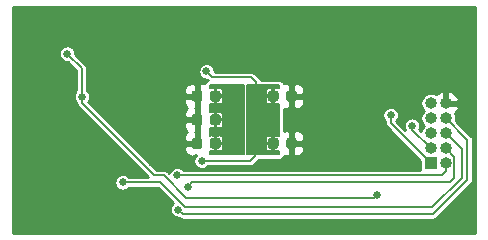
<source format=gbr>
G04 #@! TF.GenerationSoftware,KiCad,Pcbnew,(5.1.7)-1*
G04 #@! TF.CreationDate,2020-12-02T09:59:19-08:00*
G04 #@! TF.ProjectId,programmer,70726f67-7261-46d6-9d65-722e6b696361,rev?*
G04 #@! TF.SameCoordinates,Original*
G04 #@! TF.FileFunction,Copper,L2,Bot*
G04 #@! TF.FilePolarity,Positive*
%FSLAX46Y46*%
G04 Gerber Fmt 4.6, Leading zero omitted, Abs format (unit mm)*
G04 Created by KiCad (PCBNEW (5.1.7)-1) date 2020-12-02 09:59:19*
%MOMM*%
%LPD*%
G01*
G04 APERTURE LIST*
G04 #@! TA.AperFunction,ComponentPad*
%ADD10O,1.000000X1.000000*%
G04 #@! TD*
G04 #@! TA.AperFunction,ComponentPad*
%ADD11R,1.000000X1.000000*%
G04 #@! TD*
G04 #@! TA.AperFunction,ViaPad*
%ADD12C,0.635000*%
G04 #@! TD*
G04 #@! TA.AperFunction,Conductor*
%ADD13C,0.152400*%
G04 #@! TD*
G04 #@! TA.AperFunction,Conductor*
%ADD14C,0.127000*%
G04 #@! TD*
G04 #@! TA.AperFunction,Conductor*
%ADD15C,0.100000*%
G04 #@! TD*
G04 #@! TA.AperFunction,Conductor*
%ADD16C,0.254000*%
G04 #@! TD*
G04 APERTURE END LIST*
G04 #@! TA.AperFunction,SMDPad,CuDef*
G36*
G01*
X3550000Y1750000D02*
X3550000Y2250000D01*
G75*
G02*
X3775000Y2475000I225000J0D01*
G01*
X4225000Y2475000D01*
G75*
G02*
X4450000Y2250000I0J-225000D01*
G01*
X4450000Y1750000D01*
G75*
G02*
X4225000Y1525000I-225000J0D01*
G01*
X3775000Y1525000D01*
G75*
G02*
X3550000Y1750000I0J225000D01*
G01*
G37*
G04 #@! TD.AperFunction*
G04 #@! TA.AperFunction,SMDPad,CuDef*
G36*
G01*
X2000000Y1750000D02*
X2000000Y2250000D01*
G75*
G02*
X2225000Y2475000I225000J0D01*
G01*
X2675000Y2475000D01*
G75*
G02*
X2900000Y2250000I0J-225000D01*
G01*
X2900000Y1750000D01*
G75*
G02*
X2675000Y1525000I-225000J0D01*
G01*
X2225000Y1525000D01*
G75*
G02*
X2000000Y1750000I0J225000D01*
G01*
G37*
G04 #@! TD.AperFunction*
G04 #@! TA.AperFunction,SMDPad,CuDef*
G36*
G01*
X-3550000Y2250000D02*
X-3550000Y1750000D01*
G75*
G02*
X-3775000Y1525000I-225000J0D01*
G01*
X-4225000Y1525000D01*
G75*
G02*
X-4450000Y1750000I0J225000D01*
G01*
X-4450000Y2250000D01*
G75*
G02*
X-4225000Y2475000I225000J0D01*
G01*
X-3775000Y2475000D01*
G75*
G02*
X-3550000Y2250000I0J-225000D01*
G01*
G37*
G04 #@! TD.AperFunction*
G04 #@! TA.AperFunction,SMDPad,CuDef*
G36*
G01*
X-2000000Y2250000D02*
X-2000000Y1750000D01*
G75*
G02*
X-2225000Y1525000I-225000J0D01*
G01*
X-2675000Y1525000D01*
G75*
G02*
X-2900000Y1750000I0J225000D01*
G01*
X-2900000Y2250000D01*
G75*
G02*
X-2675000Y2475000I225000J0D01*
G01*
X-2225000Y2475000D01*
G75*
G02*
X-2000000Y2250000I0J-225000D01*
G01*
G37*
G04 #@! TD.AperFunction*
D10*
X17070000Y1380000D03*
X15800000Y1380000D03*
X17070000Y110000D03*
X15800000Y110000D03*
X17070000Y-1160000D03*
X15800000Y-1160000D03*
X17070000Y-2430000D03*
X15800000Y-2430000D03*
X17070000Y-3700000D03*
D11*
X15800000Y-3700000D03*
G04 #@! TA.AperFunction,SMDPad,CuDef*
G36*
G01*
X-3550000Y-1750000D02*
X-3550000Y-2250000D01*
G75*
G02*
X-3775000Y-2475000I-225000J0D01*
G01*
X-4225000Y-2475000D01*
G75*
G02*
X-4450000Y-2250000I0J225000D01*
G01*
X-4450000Y-1750000D01*
G75*
G02*
X-4225000Y-1525000I225000J0D01*
G01*
X-3775000Y-1525000D01*
G75*
G02*
X-3550000Y-1750000I0J-225000D01*
G01*
G37*
G04 #@! TD.AperFunction*
G04 #@! TA.AperFunction,SMDPad,CuDef*
G36*
G01*
X-2000000Y-1750000D02*
X-2000000Y-2250000D01*
G75*
G02*
X-2225000Y-2475000I-225000J0D01*
G01*
X-2675000Y-2475000D01*
G75*
G02*
X-2900000Y-2250000I0J225000D01*
G01*
X-2900000Y-1750000D01*
G75*
G02*
X-2675000Y-1525000I225000J0D01*
G01*
X-2225000Y-1525000D01*
G75*
G02*
X-2000000Y-1750000I0J-225000D01*
G01*
G37*
G04 #@! TD.AperFunction*
G04 #@! TA.AperFunction,SMDPad,CuDef*
G36*
G01*
X-3550000Y250000D02*
X-3550000Y-250000D01*
G75*
G02*
X-3775000Y-475000I-225000J0D01*
G01*
X-4225000Y-475000D01*
G75*
G02*
X-4450000Y-250000I0J225000D01*
G01*
X-4450000Y250000D01*
G75*
G02*
X-4225000Y475000I225000J0D01*
G01*
X-3775000Y475000D01*
G75*
G02*
X-3550000Y250000I0J-225000D01*
G01*
G37*
G04 #@! TD.AperFunction*
G04 #@! TA.AperFunction,SMDPad,CuDef*
G36*
G01*
X-2000000Y250000D02*
X-2000000Y-250000D01*
G75*
G02*
X-2225000Y-475000I-225000J0D01*
G01*
X-2675000Y-475000D01*
G75*
G02*
X-2900000Y-250000I0J225000D01*
G01*
X-2900000Y250000D01*
G75*
G02*
X-2675000Y475000I225000J0D01*
G01*
X-2225000Y475000D01*
G75*
G02*
X-2000000Y250000I0J-225000D01*
G01*
G37*
G04 #@! TD.AperFunction*
G04 #@! TA.AperFunction,SMDPad,CuDef*
G36*
G01*
X3550000Y-2250000D02*
X3550000Y-1750000D01*
G75*
G02*
X3775000Y-1525000I225000J0D01*
G01*
X4225000Y-1525000D01*
G75*
G02*
X4450000Y-1750000I0J-225000D01*
G01*
X4450000Y-2250000D01*
G75*
G02*
X4225000Y-2475000I-225000J0D01*
G01*
X3775000Y-2475000D01*
G75*
G02*
X3550000Y-2250000I0J225000D01*
G01*
G37*
G04 #@! TD.AperFunction*
G04 #@! TA.AperFunction,SMDPad,CuDef*
G36*
G01*
X2000000Y-2250000D02*
X2000000Y-1750000D01*
G75*
G02*
X2225000Y-1525000I225000J0D01*
G01*
X2675000Y-1525000D01*
G75*
G02*
X2900000Y-1750000I0J-225000D01*
G01*
X2900000Y-2250000D01*
G75*
G02*
X2675000Y-2475000I-225000J0D01*
G01*
X2225000Y-2475000D01*
G75*
G02*
X2000000Y-2250000I0J225000D01*
G01*
G37*
G04 #@! TD.AperFunction*
D12*
X-14200000Y-3300000D03*
X2600000Y7600000D03*
X4100000Y-3800000D03*
X-7800000Y-3700000D03*
X7800000Y3200000D03*
X200000Y-8900000D03*
X-15000000Y5600000D03*
X-13750000Y1950000D03*
X11247200Y-6352800D03*
X-1000000Y-2000000D03*
X-1000000Y0D03*
X-1000000Y1900000D03*
X-10300000Y-5300000D03*
X-4800000Y-5700000D03*
X-5675000Y-4675000D03*
X-3600000Y-3500000D03*
X1000000Y2000000D03*
X-3200000Y4100000D03*
X1000000Y-2000000D03*
X-5599992Y-7600000D03*
X14200000Y-500000D03*
X12399992Y400000D03*
D13*
X-13750000Y4350000D02*
X-15000000Y5600000D01*
X-13750000Y4350000D02*
X-13750000Y1950000D01*
X-6800000Y-4700000D02*
X-4900000Y-6600000D01*
X-4900000Y-6600000D02*
X11000000Y-6600000D01*
X-7608230Y-4700000D02*
X-6800000Y-4700000D01*
X-13750000Y1441770D02*
X-7608230Y-4700000D01*
X11000000Y-6600000D02*
X11247200Y-6352800D01*
X-13750000Y1950000D02*
X-13750000Y1441770D01*
X-7100000Y-5300000D02*
X-10300000Y-5300000D01*
X-5000000Y-7400000D02*
X-7100000Y-5300000D01*
X15900000Y-7400000D02*
X-5000000Y-7400000D01*
X18400000Y-4900000D02*
X15900000Y-7400000D01*
X18400000Y-2490000D02*
X18400000Y-4900000D01*
X17070000Y-1160000D02*
X18400000Y-2490000D01*
X17798601Y-3158601D02*
X17798601Y-4901399D01*
X17070000Y-2430000D02*
X17798601Y-3158601D01*
X17798601Y-4901399D02*
X17400000Y-5300000D01*
X-4400000Y-5300000D02*
X-4800000Y-5700000D01*
X17400000Y-5300000D02*
X-4400000Y-5300000D01*
X4775000Y-4675000D02*
X-5675000Y-4675000D01*
X16725000Y-4675000D02*
X4775000Y-4675000D01*
X17070000Y-4330000D02*
X16725000Y-4675000D01*
X17070000Y-3700000D02*
X17070000Y-4330000D01*
X1000000Y3200000D02*
X1000000Y2000000D01*
X600000Y3600000D02*
X1000000Y3200000D01*
X-2700000Y3600000D02*
X600000Y3600000D01*
X-3200000Y4100000D02*
X-2700000Y3600000D01*
X900000Y-2100000D02*
X1000000Y-2000000D01*
X900000Y-3100000D02*
X900000Y-2100000D01*
X500000Y-3500000D02*
X900000Y-3100000D01*
X-3600000Y-3500000D02*
X500000Y-3500000D01*
X-5199992Y-8000000D02*
X-5599992Y-7600000D01*
X18900000Y-5100000D02*
X16000000Y-8000000D01*
X18900000Y-1720000D02*
X18900000Y-5100000D01*
X16000000Y-8000000D02*
X-5199992Y-8000000D01*
X17070000Y110000D02*
X18900000Y-1720000D01*
X14200000Y-830000D02*
X14200000Y-500000D01*
X15800000Y-2430000D02*
X14200000Y-830000D01*
X15800000Y-3700000D02*
X12399992Y-299992D01*
X12399992Y-299992D02*
X12399992Y400000D01*
D14*
X-63500Y-2936500D02*
X-2936500Y-2936500D01*
X-2936500Y-2662827D01*
X-2900000Y-2666422D01*
X-2561125Y-2665500D01*
X-2513500Y-2617875D01*
X-2513500Y-2063500D01*
X-2386500Y-2063500D01*
X-2386500Y-2617875D01*
X-2338875Y-2665500D01*
X-2000000Y-2666422D01*
X-1962655Y-2662744D01*
X-1926746Y-2651851D01*
X-1893652Y-2634162D01*
X-1864644Y-2610356D01*
X-1840838Y-2581348D01*
X-1823149Y-2548254D01*
X-1812256Y-2512345D01*
X-1808578Y-2475000D01*
X-1809500Y-2111125D01*
X-1857125Y-2063500D01*
X-2386500Y-2063500D01*
X-2513500Y-2063500D01*
X-2533500Y-2063500D01*
X-2533500Y-1936500D01*
X-2513500Y-1936500D01*
X-2513500Y-1382125D01*
X-2386500Y-1382125D01*
X-2386500Y-1936500D01*
X-1857125Y-1936500D01*
X-1809500Y-1888875D01*
X-1808578Y-1525000D01*
X-1812256Y-1487655D01*
X-1823149Y-1451746D01*
X-1840838Y-1418652D01*
X-1864644Y-1389644D01*
X-1893652Y-1365838D01*
X-1926746Y-1348149D01*
X-1962655Y-1337256D01*
X-2000000Y-1333578D01*
X-2338875Y-1334500D01*
X-2386500Y-1382125D01*
X-2513500Y-1382125D01*
X-2561125Y-1334500D01*
X-2900000Y-1333578D01*
X-2936500Y-1337173D01*
X-2936500Y-662827D01*
X-2900000Y-666422D01*
X-2561125Y-665500D01*
X-2513500Y-617875D01*
X-2513500Y-63500D01*
X-2386500Y-63500D01*
X-2386500Y-617875D01*
X-2338875Y-665500D01*
X-2000000Y-666422D01*
X-1962655Y-662744D01*
X-1926746Y-651851D01*
X-1893652Y-634162D01*
X-1864644Y-610356D01*
X-1840838Y-581348D01*
X-1823149Y-548254D01*
X-1812256Y-512345D01*
X-1808578Y-475000D01*
X-1809500Y-111125D01*
X-1857125Y-63500D01*
X-2386500Y-63500D01*
X-2513500Y-63500D01*
X-2533500Y-63500D01*
X-2533500Y63500D01*
X-2513500Y63500D01*
X-2513500Y617875D01*
X-2386500Y617875D01*
X-2386500Y63500D01*
X-1857125Y63500D01*
X-1809500Y111125D01*
X-1808578Y475000D01*
X-1812256Y512345D01*
X-1823149Y548254D01*
X-1840838Y581348D01*
X-1864644Y610356D01*
X-1893652Y634162D01*
X-1926746Y651851D01*
X-1962655Y662744D01*
X-2000000Y666422D01*
X-2338875Y665500D01*
X-2386500Y617875D01*
X-2513500Y617875D01*
X-2561125Y665500D01*
X-2900000Y666422D01*
X-2936500Y662827D01*
X-2936500Y1337173D01*
X-2900000Y1333578D01*
X-2561125Y1334500D01*
X-2513500Y1382125D01*
X-2513500Y1936500D01*
X-2386500Y1936500D01*
X-2386500Y1382125D01*
X-2338875Y1334500D01*
X-2000000Y1333578D01*
X-1962655Y1337256D01*
X-1926746Y1348149D01*
X-1893652Y1365838D01*
X-1864644Y1389644D01*
X-1840838Y1418652D01*
X-1823149Y1451746D01*
X-1812256Y1487655D01*
X-1808578Y1525000D01*
X-1809500Y1888875D01*
X-1857125Y1936500D01*
X-2386500Y1936500D01*
X-2513500Y1936500D01*
X-2533500Y1936500D01*
X-2533500Y2063500D01*
X-2513500Y2063500D01*
X-2513500Y2617875D01*
X-2386500Y2617875D01*
X-2386500Y2063500D01*
X-1857125Y2063500D01*
X-1809500Y2111125D01*
X-1808578Y2475000D01*
X-1812256Y2512345D01*
X-1823149Y2548254D01*
X-1840838Y2581348D01*
X-1864644Y2610356D01*
X-1893652Y2634162D01*
X-1926746Y2651851D01*
X-1962655Y2662744D01*
X-2000000Y2666422D01*
X-2338875Y2665500D01*
X-2386500Y2617875D01*
X-2513500Y2617875D01*
X-2561125Y2665500D01*
X-2900000Y2666422D01*
X-2936500Y2662827D01*
X-2936500Y2936500D01*
X-63500Y2936500D01*
X-63500Y-2936500D01*
G04 #@! TA.AperFunction,Conductor*
D15*
G36*
X-63500Y-2936500D02*
G01*
X-2936500Y-2936500D01*
X-2936500Y-2662827D01*
X-2900000Y-2666422D01*
X-2561125Y-2665500D01*
X-2513500Y-2617875D01*
X-2513500Y-2063500D01*
X-2386500Y-2063500D01*
X-2386500Y-2617875D01*
X-2338875Y-2665500D01*
X-2000000Y-2666422D01*
X-1962655Y-2662744D01*
X-1926746Y-2651851D01*
X-1893652Y-2634162D01*
X-1864644Y-2610356D01*
X-1840838Y-2581348D01*
X-1823149Y-2548254D01*
X-1812256Y-2512345D01*
X-1808578Y-2475000D01*
X-1809500Y-2111125D01*
X-1857125Y-2063500D01*
X-2386500Y-2063500D01*
X-2513500Y-2063500D01*
X-2533500Y-2063500D01*
X-2533500Y-1936500D01*
X-2513500Y-1936500D01*
X-2513500Y-1382125D01*
X-2386500Y-1382125D01*
X-2386500Y-1936500D01*
X-1857125Y-1936500D01*
X-1809500Y-1888875D01*
X-1808578Y-1525000D01*
X-1812256Y-1487655D01*
X-1823149Y-1451746D01*
X-1840838Y-1418652D01*
X-1864644Y-1389644D01*
X-1893652Y-1365838D01*
X-1926746Y-1348149D01*
X-1962655Y-1337256D01*
X-2000000Y-1333578D01*
X-2338875Y-1334500D01*
X-2386500Y-1382125D01*
X-2513500Y-1382125D01*
X-2561125Y-1334500D01*
X-2900000Y-1333578D01*
X-2936500Y-1337173D01*
X-2936500Y-662827D01*
X-2900000Y-666422D01*
X-2561125Y-665500D01*
X-2513500Y-617875D01*
X-2513500Y-63500D01*
X-2386500Y-63500D01*
X-2386500Y-617875D01*
X-2338875Y-665500D01*
X-2000000Y-666422D01*
X-1962655Y-662744D01*
X-1926746Y-651851D01*
X-1893652Y-634162D01*
X-1864644Y-610356D01*
X-1840838Y-581348D01*
X-1823149Y-548254D01*
X-1812256Y-512345D01*
X-1808578Y-475000D01*
X-1809500Y-111125D01*
X-1857125Y-63500D01*
X-2386500Y-63500D01*
X-2513500Y-63500D01*
X-2533500Y-63500D01*
X-2533500Y63500D01*
X-2513500Y63500D01*
X-2513500Y617875D01*
X-2386500Y617875D01*
X-2386500Y63500D01*
X-1857125Y63500D01*
X-1809500Y111125D01*
X-1808578Y475000D01*
X-1812256Y512345D01*
X-1823149Y548254D01*
X-1840838Y581348D01*
X-1864644Y610356D01*
X-1893652Y634162D01*
X-1926746Y651851D01*
X-1962655Y662744D01*
X-2000000Y666422D01*
X-2338875Y665500D01*
X-2386500Y617875D01*
X-2513500Y617875D01*
X-2561125Y665500D01*
X-2900000Y666422D01*
X-2936500Y662827D01*
X-2936500Y1337173D01*
X-2900000Y1333578D01*
X-2561125Y1334500D01*
X-2513500Y1382125D01*
X-2513500Y1936500D01*
X-2386500Y1936500D01*
X-2386500Y1382125D01*
X-2338875Y1334500D01*
X-2000000Y1333578D01*
X-1962655Y1337256D01*
X-1926746Y1348149D01*
X-1893652Y1365838D01*
X-1864644Y1389644D01*
X-1840838Y1418652D01*
X-1823149Y1451746D01*
X-1812256Y1487655D01*
X-1808578Y1525000D01*
X-1809500Y1888875D01*
X-1857125Y1936500D01*
X-2386500Y1936500D01*
X-2513500Y1936500D01*
X-2533500Y1936500D01*
X-2533500Y2063500D01*
X-2513500Y2063500D01*
X-2513500Y2617875D01*
X-2386500Y2617875D01*
X-2386500Y2063500D01*
X-1857125Y2063500D01*
X-1809500Y2111125D01*
X-1808578Y2475000D01*
X-1812256Y2512345D01*
X-1823149Y2548254D01*
X-1840838Y2581348D01*
X-1864644Y2610356D01*
X-1893652Y2634162D01*
X-1926746Y2651851D01*
X-1962655Y2662744D01*
X-2000000Y2666422D01*
X-2338875Y2665500D01*
X-2386500Y2617875D01*
X-2513500Y2617875D01*
X-2561125Y2665500D01*
X-2900000Y2666422D01*
X-2936500Y2662827D01*
X-2936500Y2936500D01*
X-63500Y2936500D01*
X-63500Y-2936500D01*
G37*
G04 #@! TD.AperFunction*
D16*
X19569000Y-9569000D02*
X-19569000Y-9569000D01*
X-19569000Y5668796D01*
X-15698500Y5668796D01*
X-15698500Y5531204D01*
X-15671657Y5396255D01*
X-15619003Y5269136D01*
X-15542561Y5154732D01*
X-15445268Y5057439D01*
X-15330864Y4980997D01*
X-15203745Y4928343D01*
X-15068796Y4901500D01*
X-14948077Y4901500D01*
X-14207200Y4160622D01*
X-14207199Y2480630D01*
X-14292561Y2395268D01*
X-14369003Y2280864D01*
X-14421657Y2153745D01*
X-14448500Y2018796D01*
X-14448500Y1881204D01*
X-14421657Y1746255D01*
X-14369003Y1619136D01*
X-14292561Y1504732D01*
X-14207206Y1419377D01*
X-14207199Y1419310D01*
X-14201105Y1357439D01*
X-14200584Y1352144D01*
X-14174440Y1265961D01*
X-14132997Y1188426D01*
X-14131986Y1186534D01*
X-14074852Y1116917D01*
X-14057407Y1102600D01*
X-8112008Y-4842800D01*
X-9769371Y-4842800D01*
X-9854732Y-4757439D01*
X-9969136Y-4680997D01*
X-10096255Y-4628343D01*
X-10231204Y-4601500D01*
X-10368796Y-4601500D01*
X-10503745Y-4628343D01*
X-10630864Y-4680997D01*
X-10745268Y-4757439D01*
X-10842561Y-4854732D01*
X-10919003Y-4969136D01*
X-10971657Y-5096255D01*
X-10998500Y-5231204D01*
X-10998500Y-5368796D01*
X-10971657Y-5503745D01*
X-10919003Y-5630864D01*
X-10842561Y-5745268D01*
X-10745268Y-5842561D01*
X-10630864Y-5919003D01*
X-10503745Y-5971657D01*
X-10368796Y-5998500D01*
X-10231204Y-5998500D01*
X-10096255Y-5971657D01*
X-9969136Y-5919003D01*
X-9854732Y-5842561D01*
X-9769371Y-5757200D01*
X-7289377Y-5757200D01*
X-6011618Y-7034960D01*
X-6045260Y-7057439D01*
X-6142553Y-7154732D01*
X-6218995Y-7269136D01*
X-6271649Y-7396255D01*
X-6298492Y-7531204D01*
X-6298492Y-7668796D01*
X-6271649Y-7803745D01*
X-6218995Y-7930864D01*
X-6142553Y-8045268D01*
X-6045260Y-8142561D01*
X-5930856Y-8219003D01*
X-5803737Y-8271657D01*
X-5668788Y-8298500D01*
X-5548070Y-8298500D01*
X-5539162Y-8307408D01*
X-5524845Y-8324853D01*
X-5507400Y-8339170D01*
X-5455229Y-8381987D01*
X-5412775Y-8404678D01*
X-5375801Y-8424441D01*
X-5289619Y-8450585D01*
X-5222452Y-8457200D01*
X-5222443Y-8457200D01*
X-5199993Y-8459411D01*
X-5177543Y-8457200D01*
X15977550Y-8457200D01*
X16000000Y-8459411D01*
X16022450Y-8457200D01*
X16022460Y-8457200D01*
X16089627Y-8450585D01*
X16175809Y-8424441D01*
X16255236Y-8381987D01*
X16324853Y-8324853D01*
X16339174Y-8307403D01*
X19207408Y-5439170D01*
X19224853Y-5424853D01*
X19239170Y-5407408D01*
X19281987Y-5355237D01*
X19320391Y-5283386D01*
X19324441Y-5275809D01*
X19350585Y-5189627D01*
X19357200Y-5122460D01*
X19357200Y-5122451D01*
X19359411Y-5100001D01*
X19357200Y-5077551D01*
X19357200Y-1742450D01*
X19359411Y-1720000D01*
X19357200Y-1697550D01*
X19357200Y-1697540D01*
X19350585Y-1630373D01*
X19324441Y-1544191D01*
X19281987Y-1464764D01*
X19275975Y-1457439D01*
X19239170Y-1412592D01*
X19224853Y-1395147D01*
X19207409Y-1380831D01*
X17926503Y-99926D01*
X17951000Y23229D01*
X17951000Y196771D01*
X17917144Y366978D01*
X17850732Y527310D01*
X17835859Y549569D01*
X17928865Y637980D01*
X18057123Y819794D01*
X18147446Y1023136D01*
X18164119Y1078126D01*
X18037954Y1253000D01*
X17197000Y1253000D01*
X17197000Y1233000D01*
X16943000Y1233000D01*
X16943000Y1253000D01*
X16923000Y1253000D01*
X16923000Y1507000D01*
X16943000Y1507000D01*
X16943000Y2349129D01*
X17197000Y2349129D01*
X17197000Y1507000D01*
X18037954Y1507000D01*
X18164119Y1681874D01*
X18147446Y1736864D01*
X18057123Y1940206D01*
X17928865Y2122020D01*
X17767601Y2275318D01*
X17579529Y2394210D01*
X17371876Y2474126D01*
X17197000Y2349129D01*
X16943000Y2349129D01*
X16768124Y2474126D01*
X16560471Y2394210D01*
X16372399Y2275318D01*
X16237598Y2147176D01*
X16217310Y2160732D01*
X16056978Y2227144D01*
X15886771Y2261000D01*
X15713229Y2261000D01*
X15543022Y2227144D01*
X15382690Y2160732D01*
X15238395Y2064318D01*
X15115682Y1941605D01*
X15019268Y1797310D01*
X14952856Y1636978D01*
X14919000Y1466771D01*
X14919000Y1293229D01*
X14952856Y1123022D01*
X15019268Y962690D01*
X15115682Y818395D01*
X15189077Y745000D01*
X15115682Y671605D01*
X15019268Y527310D01*
X14952856Y366978D01*
X14919000Y196771D01*
X14919000Y23229D01*
X14952856Y-146978D01*
X15019268Y-307310D01*
X15115682Y-451605D01*
X15189077Y-525000D01*
X15115682Y-598395D01*
X15019268Y-742690D01*
X14952856Y-903022D01*
X14947338Y-930761D01*
X14827332Y-810755D01*
X14871657Y-703745D01*
X14898500Y-568796D01*
X14898500Y-431204D01*
X14871657Y-296255D01*
X14819003Y-169136D01*
X14742561Y-54732D01*
X14645268Y42561D01*
X14530864Y119003D01*
X14403745Y171657D01*
X14268796Y198500D01*
X14131204Y198500D01*
X13996255Y171657D01*
X13869136Y119003D01*
X13754732Y42561D01*
X13657439Y-54732D01*
X13580997Y-169136D01*
X13528343Y-296255D01*
X13501500Y-431204D01*
X13501500Y-568796D01*
X13528343Y-703745D01*
X13580997Y-830864D01*
X13588157Y-841580D01*
X12867199Y-120622D01*
X12942553Y-45268D01*
X13018995Y69136D01*
X13071649Y196255D01*
X13098492Y331204D01*
X13098492Y468796D01*
X13071649Y603745D01*
X13018995Y730864D01*
X12942553Y845268D01*
X12845260Y942561D01*
X12730856Y1019003D01*
X12603737Y1071657D01*
X12468788Y1098500D01*
X12331196Y1098500D01*
X12196247Y1071657D01*
X12069128Y1019003D01*
X11954724Y942561D01*
X11857431Y845268D01*
X11780989Y730864D01*
X11728335Y603745D01*
X11701492Y468796D01*
X11701492Y331204D01*
X11728335Y196255D01*
X11780989Y69136D01*
X11857431Y-45268D01*
X11942792Y-130629D01*
X11942792Y-277542D01*
X11940581Y-299992D01*
X11942792Y-322442D01*
X11942792Y-322451D01*
X11949407Y-389618D01*
X11975551Y-475800D01*
X12018005Y-555227D01*
X12075139Y-624845D01*
X12092589Y-639166D01*
X14917157Y-3463735D01*
X14917157Y-4200000D01*
X14918910Y-4217800D01*
X-5144371Y-4217800D01*
X-5229732Y-4132439D01*
X-5344136Y-4055997D01*
X-5471255Y-4003343D01*
X-5606204Y-3976500D01*
X-5743796Y-3976500D01*
X-5878745Y-4003343D01*
X-6005864Y-4055997D01*
X-6120268Y-4132439D01*
X-6217561Y-4229732D01*
X-6294003Y-4344136D01*
X-6346657Y-4471255D01*
X-6352549Y-4500874D01*
X-6460826Y-4392597D01*
X-6475147Y-4375147D01*
X-6544764Y-4318013D01*
X-6624191Y-4275559D01*
X-6710373Y-4249415D01*
X-6777540Y-4242800D01*
X-6777550Y-4242800D01*
X-6800000Y-4240589D01*
X-6822450Y-4242800D01*
X-7418852Y-4242800D01*
X-9186652Y-2475000D01*
X-5088072Y-2475000D01*
X-5075812Y-2599482D01*
X-5039502Y-2719180D01*
X-4980537Y-2829494D01*
X-4901185Y-2926185D01*
X-4804494Y-3005537D01*
X-4694180Y-3064502D01*
X-4574482Y-3100812D01*
X-4450000Y-3113072D01*
X-4285750Y-3110000D01*
X-4127002Y-2951252D01*
X-4127002Y-3039173D01*
X-4142561Y-3054732D01*
X-4219003Y-3169136D01*
X-4271657Y-3296255D01*
X-4298500Y-3431204D01*
X-4298500Y-3568796D01*
X-4271657Y-3703745D01*
X-4219003Y-3830864D01*
X-4142561Y-3945268D01*
X-4045268Y-4042561D01*
X-3930864Y-4119003D01*
X-3803745Y-4171657D01*
X-3668796Y-4198500D01*
X-3531204Y-4198500D01*
X-3396255Y-4171657D01*
X-3269136Y-4119003D01*
X-3154732Y-4042561D01*
X-3069371Y-3957200D01*
X477550Y-3957200D01*
X500000Y-3959411D01*
X522450Y-3957200D01*
X522460Y-3957200D01*
X589627Y-3950585D01*
X675809Y-3924441D01*
X755236Y-3881987D01*
X824853Y-3824853D01*
X839174Y-3807403D01*
X1207409Y-3439169D01*
X1224853Y-3424853D01*
X1239170Y-3407408D01*
X1260843Y-3381000D01*
X3000000Y-3381000D01*
X3074329Y-3373679D01*
X3145802Y-3351998D01*
X3211672Y-3316790D01*
X3269408Y-3269408D01*
X3316790Y-3211672D01*
X3351998Y-3145802D01*
X3370691Y-3084180D01*
X3425518Y-3100812D01*
X3550000Y-3113072D01*
X3714250Y-3110000D01*
X3873000Y-2951250D01*
X3873000Y-2127000D01*
X4127000Y-2127000D01*
X4127000Y-2951250D01*
X4285750Y-3110000D01*
X4450000Y-3113072D01*
X4574482Y-3100812D01*
X4694180Y-3064502D01*
X4804494Y-3005537D01*
X4901185Y-2926185D01*
X4980537Y-2829494D01*
X5039502Y-2719180D01*
X5075812Y-2599482D01*
X5088072Y-2475000D01*
X5085000Y-2285750D01*
X4926250Y-2127000D01*
X4127000Y-2127000D01*
X3873000Y-2127000D01*
X3853000Y-2127000D01*
X3853000Y-1873000D01*
X3873000Y-1873000D01*
X3873000Y-1048750D01*
X4127000Y-1048750D01*
X4127000Y-1873000D01*
X4926250Y-1873000D01*
X5085000Y-1714250D01*
X5088072Y-1525000D01*
X5075812Y-1400518D01*
X5039502Y-1280820D01*
X4980537Y-1170506D01*
X4901185Y-1073815D01*
X4804494Y-994463D01*
X4694180Y-935498D01*
X4574482Y-899188D01*
X4450000Y-886928D01*
X4285750Y-890000D01*
X4127000Y-1048750D01*
X3873000Y-1048750D01*
X3714250Y-890000D01*
X3550000Y-886928D01*
X3425518Y-899188D01*
X3381000Y-912692D01*
X3381000Y912692D01*
X3425518Y899188D01*
X3550000Y886928D01*
X3714250Y890000D01*
X3873000Y1048750D01*
X3873000Y1873000D01*
X4127000Y1873000D01*
X4127000Y1048750D01*
X4285750Y890000D01*
X4450000Y886928D01*
X4574482Y899188D01*
X4694180Y935498D01*
X4804494Y994463D01*
X4901185Y1073815D01*
X4980537Y1170506D01*
X5039502Y1280820D01*
X5075812Y1400518D01*
X5088072Y1525000D01*
X5085000Y1714250D01*
X4926250Y1873000D01*
X4127000Y1873000D01*
X3873000Y1873000D01*
X3853000Y1873000D01*
X3853000Y2127000D01*
X3873000Y2127000D01*
X3873000Y2951250D01*
X4127000Y2951250D01*
X4127000Y2127000D01*
X4926250Y2127000D01*
X5085000Y2285750D01*
X5088072Y2475000D01*
X5075812Y2599482D01*
X5039502Y2719180D01*
X4980537Y2829494D01*
X4901185Y2926185D01*
X4804494Y3005537D01*
X4694180Y3064502D01*
X4574482Y3100812D01*
X4450000Y3113072D01*
X4285750Y3110000D01*
X4127000Y2951250D01*
X3873000Y2951250D01*
X3714250Y3110000D01*
X3550000Y3113072D01*
X3425518Y3100812D01*
X3370691Y3084180D01*
X3351998Y3145802D01*
X3316790Y3211672D01*
X3269408Y3269408D01*
X3211672Y3316790D01*
X3145802Y3351998D01*
X3074329Y3373679D01*
X3000000Y3381000D01*
X1421666Y3381000D01*
X1398581Y3424191D01*
X1381987Y3455237D01*
X1339170Y3507408D01*
X1324853Y3524853D01*
X1307409Y3539169D01*
X939174Y3907403D01*
X924853Y3924853D01*
X855236Y3981987D01*
X775809Y4024441D01*
X689627Y4050585D01*
X622460Y4057200D01*
X622450Y4057200D01*
X600000Y4059411D01*
X577550Y4057200D01*
X-2501500Y4057200D01*
X-2501500Y4168796D01*
X-2528343Y4303745D01*
X-2580997Y4430864D01*
X-2657439Y4545268D01*
X-2754732Y4642561D01*
X-2869136Y4719003D01*
X-2996255Y4771657D01*
X-3131204Y4798500D01*
X-3268796Y4798500D01*
X-3403745Y4771657D01*
X-3530864Y4719003D01*
X-3645268Y4642561D01*
X-3742561Y4545268D01*
X-3819003Y4430864D01*
X-3871657Y4303745D01*
X-3898500Y4168796D01*
X-3898500Y4031204D01*
X-3871657Y3896255D01*
X-3819003Y3769136D01*
X-3742561Y3654732D01*
X-3645268Y3557439D01*
X-3530864Y3480997D01*
X-3403745Y3428343D01*
X-3268796Y3401500D01*
X-3148078Y3401500D01*
X-3109567Y3362990D01*
X-3145802Y3351998D01*
X-3211672Y3316790D01*
X-3269408Y3269408D01*
X-3316790Y3211672D01*
X-3351998Y3145802D01*
X-3370691Y3084180D01*
X-3425518Y3100812D01*
X-3550000Y3113072D01*
X-3714250Y3110000D01*
X-3873000Y2951250D01*
X-3873000Y2127000D01*
X-3853000Y2127000D01*
X-3853000Y1873000D01*
X-3873000Y1873000D01*
X-3873000Y1048750D01*
X-3824250Y1000000D01*
X-3873000Y951250D01*
X-3873000Y127000D01*
X-3853000Y127000D01*
X-3853000Y-127000D01*
X-3873000Y-127000D01*
X-3873000Y-951250D01*
X-3824250Y-1000000D01*
X-3873000Y-1048750D01*
X-3873000Y-1873000D01*
X-3853000Y-1873000D01*
X-3853000Y-2127000D01*
X-3873000Y-2127000D01*
X-3873000Y-2147000D01*
X-4127000Y-2147000D01*
X-4127000Y-2127000D01*
X-4926250Y-2127000D01*
X-5085000Y-2285750D01*
X-5088072Y-2475000D01*
X-9186652Y-2475000D01*
X-11186652Y-475000D01*
X-5088072Y-475000D01*
X-5075812Y-599482D01*
X-5039502Y-719180D01*
X-4980537Y-829494D01*
X-4901185Y-926185D01*
X-4811241Y-1000000D01*
X-4901185Y-1073815D01*
X-4980537Y-1170506D01*
X-5039502Y-1280820D01*
X-5075812Y-1400518D01*
X-5088072Y-1525000D01*
X-5085000Y-1714250D01*
X-4926250Y-1873000D01*
X-4127000Y-1873000D01*
X-4127000Y-1048750D01*
X-4175750Y-1000000D01*
X-4127000Y-951250D01*
X-4127000Y-127000D01*
X-4926250Y-127000D01*
X-5085000Y-285750D01*
X-5088072Y-475000D01*
X-11186652Y-475000D01*
X-13186652Y1525000D01*
X-5088072Y1525000D01*
X-5075812Y1400518D01*
X-5039502Y1280820D01*
X-4980537Y1170506D01*
X-4901185Y1073815D01*
X-4811241Y1000000D01*
X-4901185Y926185D01*
X-4980537Y829494D01*
X-5039502Y719180D01*
X-5075812Y599482D01*
X-5088072Y475000D01*
X-5085000Y285750D01*
X-4926250Y127000D01*
X-4127000Y127000D01*
X-4127000Y951250D01*
X-4175750Y1000000D01*
X-4127000Y1048750D01*
X-4127000Y1873000D01*
X-4926250Y1873000D01*
X-5085000Y1714250D01*
X-5088072Y1525000D01*
X-13186652Y1525000D01*
X-13190995Y1529342D01*
X-13130997Y1619136D01*
X-13078343Y1746255D01*
X-13051500Y1881204D01*
X-13051500Y2018796D01*
X-13078343Y2153745D01*
X-13130997Y2280864D01*
X-13207439Y2395268D01*
X-13287171Y2475000D01*
X-5088072Y2475000D01*
X-5085000Y2285750D01*
X-4926250Y2127000D01*
X-4127000Y2127000D01*
X-4127000Y2951250D01*
X-4285750Y3110000D01*
X-4450000Y3113072D01*
X-4574482Y3100812D01*
X-4694180Y3064502D01*
X-4804494Y3005537D01*
X-4901185Y2926185D01*
X-4980537Y2829494D01*
X-5039502Y2719180D01*
X-5075812Y2599482D01*
X-5088072Y2475000D01*
X-13287171Y2475000D01*
X-13292800Y2480629D01*
X-13292800Y4327550D01*
X-13290589Y4350000D01*
X-13292800Y4372450D01*
X-13292800Y4372460D01*
X-13299415Y4439627D01*
X-13325559Y4525809D01*
X-13368013Y4605236D01*
X-13425147Y4674853D01*
X-13442591Y4689169D01*
X-14301500Y5548077D01*
X-14301500Y5668796D01*
X-14328343Y5803745D01*
X-14380997Y5930864D01*
X-14457439Y6045268D01*
X-14554732Y6142561D01*
X-14669136Y6219003D01*
X-14796255Y6271657D01*
X-14931204Y6298500D01*
X-15068796Y6298500D01*
X-15203745Y6271657D01*
X-15330864Y6219003D01*
X-15445268Y6142561D01*
X-15542561Y6045268D01*
X-15619003Y5930864D01*
X-15671657Y5803745D01*
X-15698500Y5668796D01*
X-19569000Y5668796D01*
X-19569000Y9569000D01*
X19569001Y9569000D01*
X19569000Y-9569000D01*
G04 #@! TA.AperFunction,Conductor*
D15*
G36*
X19569000Y-9569000D02*
G01*
X-19569000Y-9569000D01*
X-19569000Y5668796D01*
X-15698500Y5668796D01*
X-15698500Y5531204D01*
X-15671657Y5396255D01*
X-15619003Y5269136D01*
X-15542561Y5154732D01*
X-15445268Y5057439D01*
X-15330864Y4980997D01*
X-15203745Y4928343D01*
X-15068796Y4901500D01*
X-14948077Y4901500D01*
X-14207200Y4160622D01*
X-14207199Y2480630D01*
X-14292561Y2395268D01*
X-14369003Y2280864D01*
X-14421657Y2153745D01*
X-14448500Y2018796D01*
X-14448500Y1881204D01*
X-14421657Y1746255D01*
X-14369003Y1619136D01*
X-14292561Y1504732D01*
X-14207206Y1419377D01*
X-14207199Y1419310D01*
X-14201105Y1357439D01*
X-14200584Y1352144D01*
X-14174440Y1265961D01*
X-14132997Y1188426D01*
X-14131986Y1186534D01*
X-14074852Y1116917D01*
X-14057407Y1102600D01*
X-8112008Y-4842800D01*
X-9769371Y-4842800D01*
X-9854732Y-4757439D01*
X-9969136Y-4680997D01*
X-10096255Y-4628343D01*
X-10231204Y-4601500D01*
X-10368796Y-4601500D01*
X-10503745Y-4628343D01*
X-10630864Y-4680997D01*
X-10745268Y-4757439D01*
X-10842561Y-4854732D01*
X-10919003Y-4969136D01*
X-10971657Y-5096255D01*
X-10998500Y-5231204D01*
X-10998500Y-5368796D01*
X-10971657Y-5503745D01*
X-10919003Y-5630864D01*
X-10842561Y-5745268D01*
X-10745268Y-5842561D01*
X-10630864Y-5919003D01*
X-10503745Y-5971657D01*
X-10368796Y-5998500D01*
X-10231204Y-5998500D01*
X-10096255Y-5971657D01*
X-9969136Y-5919003D01*
X-9854732Y-5842561D01*
X-9769371Y-5757200D01*
X-7289377Y-5757200D01*
X-6011618Y-7034960D01*
X-6045260Y-7057439D01*
X-6142553Y-7154732D01*
X-6218995Y-7269136D01*
X-6271649Y-7396255D01*
X-6298492Y-7531204D01*
X-6298492Y-7668796D01*
X-6271649Y-7803745D01*
X-6218995Y-7930864D01*
X-6142553Y-8045268D01*
X-6045260Y-8142561D01*
X-5930856Y-8219003D01*
X-5803737Y-8271657D01*
X-5668788Y-8298500D01*
X-5548070Y-8298500D01*
X-5539162Y-8307408D01*
X-5524845Y-8324853D01*
X-5507400Y-8339170D01*
X-5455229Y-8381987D01*
X-5412775Y-8404678D01*
X-5375801Y-8424441D01*
X-5289619Y-8450585D01*
X-5222452Y-8457200D01*
X-5222443Y-8457200D01*
X-5199993Y-8459411D01*
X-5177543Y-8457200D01*
X15977550Y-8457200D01*
X16000000Y-8459411D01*
X16022450Y-8457200D01*
X16022460Y-8457200D01*
X16089627Y-8450585D01*
X16175809Y-8424441D01*
X16255236Y-8381987D01*
X16324853Y-8324853D01*
X16339174Y-8307403D01*
X19207408Y-5439170D01*
X19224853Y-5424853D01*
X19239170Y-5407408D01*
X19281987Y-5355237D01*
X19320391Y-5283386D01*
X19324441Y-5275809D01*
X19350585Y-5189627D01*
X19357200Y-5122460D01*
X19357200Y-5122451D01*
X19359411Y-5100001D01*
X19357200Y-5077551D01*
X19357200Y-1742450D01*
X19359411Y-1720000D01*
X19357200Y-1697550D01*
X19357200Y-1697540D01*
X19350585Y-1630373D01*
X19324441Y-1544191D01*
X19281987Y-1464764D01*
X19275975Y-1457439D01*
X19239170Y-1412592D01*
X19224853Y-1395147D01*
X19207409Y-1380831D01*
X17926503Y-99926D01*
X17951000Y23229D01*
X17951000Y196771D01*
X17917144Y366978D01*
X17850732Y527310D01*
X17835859Y549569D01*
X17928865Y637980D01*
X18057123Y819794D01*
X18147446Y1023136D01*
X18164119Y1078126D01*
X18037954Y1253000D01*
X17197000Y1253000D01*
X17197000Y1233000D01*
X16943000Y1233000D01*
X16943000Y1253000D01*
X16923000Y1253000D01*
X16923000Y1507000D01*
X16943000Y1507000D01*
X16943000Y2349129D01*
X17197000Y2349129D01*
X17197000Y1507000D01*
X18037954Y1507000D01*
X18164119Y1681874D01*
X18147446Y1736864D01*
X18057123Y1940206D01*
X17928865Y2122020D01*
X17767601Y2275318D01*
X17579529Y2394210D01*
X17371876Y2474126D01*
X17197000Y2349129D01*
X16943000Y2349129D01*
X16768124Y2474126D01*
X16560471Y2394210D01*
X16372399Y2275318D01*
X16237598Y2147176D01*
X16217310Y2160732D01*
X16056978Y2227144D01*
X15886771Y2261000D01*
X15713229Y2261000D01*
X15543022Y2227144D01*
X15382690Y2160732D01*
X15238395Y2064318D01*
X15115682Y1941605D01*
X15019268Y1797310D01*
X14952856Y1636978D01*
X14919000Y1466771D01*
X14919000Y1293229D01*
X14952856Y1123022D01*
X15019268Y962690D01*
X15115682Y818395D01*
X15189077Y745000D01*
X15115682Y671605D01*
X15019268Y527310D01*
X14952856Y366978D01*
X14919000Y196771D01*
X14919000Y23229D01*
X14952856Y-146978D01*
X15019268Y-307310D01*
X15115682Y-451605D01*
X15189077Y-525000D01*
X15115682Y-598395D01*
X15019268Y-742690D01*
X14952856Y-903022D01*
X14947338Y-930761D01*
X14827332Y-810755D01*
X14871657Y-703745D01*
X14898500Y-568796D01*
X14898500Y-431204D01*
X14871657Y-296255D01*
X14819003Y-169136D01*
X14742561Y-54732D01*
X14645268Y42561D01*
X14530864Y119003D01*
X14403745Y171657D01*
X14268796Y198500D01*
X14131204Y198500D01*
X13996255Y171657D01*
X13869136Y119003D01*
X13754732Y42561D01*
X13657439Y-54732D01*
X13580997Y-169136D01*
X13528343Y-296255D01*
X13501500Y-431204D01*
X13501500Y-568796D01*
X13528343Y-703745D01*
X13580997Y-830864D01*
X13588157Y-841580D01*
X12867199Y-120622D01*
X12942553Y-45268D01*
X13018995Y69136D01*
X13071649Y196255D01*
X13098492Y331204D01*
X13098492Y468796D01*
X13071649Y603745D01*
X13018995Y730864D01*
X12942553Y845268D01*
X12845260Y942561D01*
X12730856Y1019003D01*
X12603737Y1071657D01*
X12468788Y1098500D01*
X12331196Y1098500D01*
X12196247Y1071657D01*
X12069128Y1019003D01*
X11954724Y942561D01*
X11857431Y845268D01*
X11780989Y730864D01*
X11728335Y603745D01*
X11701492Y468796D01*
X11701492Y331204D01*
X11728335Y196255D01*
X11780989Y69136D01*
X11857431Y-45268D01*
X11942792Y-130629D01*
X11942792Y-277542D01*
X11940581Y-299992D01*
X11942792Y-322442D01*
X11942792Y-322451D01*
X11949407Y-389618D01*
X11975551Y-475800D01*
X12018005Y-555227D01*
X12075139Y-624845D01*
X12092589Y-639166D01*
X14917157Y-3463735D01*
X14917157Y-4200000D01*
X14918910Y-4217800D01*
X-5144371Y-4217800D01*
X-5229732Y-4132439D01*
X-5344136Y-4055997D01*
X-5471255Y-4003343D01*
X-5606204Y-3976500D01*
X-5743796Y-3976500D01*
X-5878745Y-4003343D01*
X-6005864Y-4055997D01*
X-6120268Y-4132439D01*
X-6217561Y-4229732D01*
X-6294003Y-4344136D01*
X-6346657Y-4471255D01*
X-6352549Y-4500874D01*
X-6460826Y-4392597D01*
X-6475147Y-4375147D01*
X-6544764Y-4318013D01*
X-6624191Y-4275559D01*
X-6710373Y-4249415D01*
X-6777540Y-4242800D01*
X-6777550Y-4242800D01*
X-6800000Y-4240589D01*
X-6822450Y-4242800D01*
X-7418852Y-4242800D01*
X-9186652Y-2475000D01*
X-5088072Y-2475000D01*
X-5075812Y-2599482D01*
X-5039502Y-2719180D01*
X-4980537Y-2829494D01*
X-4901185Y-2926185D01*
X-4804494Y-3005537D01*
X-4694180Y-3064502D01*
X-4574482Y-3100812D01*
X-4450000Y-3113072D01*
X-4285750Y-3110000D01*
X-4127002Y-2951252D01*
X-4127002Y-3039173D01*
X-4142561Y-3054732D01*
X-4219003Y-3169136D01*
X-4271657Y-3296255D01*
X-4298500Y-3431204D01*
X-4298500Y-3568796D01*
X-4271657Y-3703745D01*
X-4219003Y-3830864D01*
X-4142561Y-3945268D01*
X-4045268Y-4042561D01*
X-3930864Y-4119003D01*
X-3803745Y-4171657D01*
X-3668796Y-4198500D01*
X-3531204Y-4198500D01*
X-3396255Y-4171657D01*
X-3269136Y-4119003D01*
X-3154732Y-4042561D01*
X-3069371Y-3957200D01*
X477550Y-3957200D01*
X500000Y-3959411D01*
X522450Y-3957200D01*
X522460Y-3957200D01*
X589627Y-3950585D01*
X675809Y-3924441D01*
X755236Y-3881987D01*
X824853Y-3824853D01*
X839174Y-3807403D01*
X1207409Y-3439169D01*
X1224853Y-3424853D01*
X1239170Y-3407408D01*
X1260843Y-3381000D01*
X3000000Y-3381000D01*
X3074329Y-3373679D01*
X3145802Y-3351998D01*
X3211672Y-3316790D01*
X3269408Y-3269408D01*
X3316790Y-3211672D01*
X3351998Y-3145802D01*
X3370691Y-3084180D01*
X3425518Y-3100812D01*
X3550000Y-3113072D01*
X3714250Y-3110000D01*
X3873000Y-2951250D01*
X3873000Y-2127000D01*
X4127000Y-2127000D01*
X4127000Y-2951250D01*
X4285750Y-3110000D01*
X4450000Y-3113072D01*
X4574482Y-3100812D01*
X4694180Y-3064502D01*
X4804494Y-3005537D01*
X4901185Y-2926185D01*
X4980537Y-2829494D01*
X5039502Y-2719180D01*
X5075812Y-2599482D01*
X5088072Y-2475000D01*
X5085000Y-2285750D01*
X4926250Y-2127000D01*
X4127000Y-2127000D01*
X3873000Y-2127000D01*
X3853000Y-2127000D01*
X3853000Y-1873000D01*
X3873000Y-1873000D01*
X3873000Y-1048750D01*
X4127000Y-1048750D01*
X4127000Y-1873000D01*
X4926250Y-1873000D01*
X5085000Y-1714250D01*
X5088072Y-1525000D01*
X5075812Y-1400518D01*
X5039502Y-1280820D01*
X4980537Y-1170506D01*
X4901185Y-1073815D01*
X4804494Y-994463D01*
X4694180Y-935498D01*
X4574482Y-899188D01*
X4450000Y-886928D01*
X4285750Y-890000D01*
X4127000Y-1048750D01*
X3873000Y-1048750D01*
X3714250Y-890000D01*
X3550000Y-886928D01*
X3425518Y-899188D01*
X3381000Y-912692D01*
X3381000Y912692D01*
X3425518Y899188D01*
X3550000Y886928D01*
X3714250Y890000D01*
X3873000Y1048750D01*
X3873000Y1873000D01*
X4127000Y1873000D01*
X4127000Y1048750D01*
X4285750Y890000D01*
X4450000Y886928D01*
X4574482Y899188D01*
X4694180Y935498D01*
X4804494Y994463D01*
X4901185Y1073815D01*
X4980537Y1170506D01*
X5039502Y1280820D01*
X5075812Y1400518D01*
X5088072Y1525000D01*
X5085000Y1714250D01*
X4926250Y1873000D01*
X4127000Y1873000D01*
X3873000Y1873000D01*
X3853000Y1873000D01*
X3853000Y2127000D01*
X3873000Y2127000D01*
X3873000Y2951250D01*
X4127000Y2951250D01*
X4127000Y2127000D01*
X4926250Y2127000D01*
X5085000Y2285750D01*
X5088072Y2475000D01*
X5075812Y2599482D01*
X5039502Y2719180D01*
X4980537Y2829494D01*
X4901185Y2926185D01*
X4804494Y3005537D01*
X4694180Y3064502D01*
X4574482Y3100812D01*
X4450000Y3113072D01*
X4285750Y3110000D01*
X4127000Y2951250D01*
X3873000Y2951250D01*
X3714250Y3110000D01*
X3550000Y3113072D01*
X3425518Y3100812D01*
X3370691Y3084180D01*
X3351998Y3145802D01*
X3316790Y3211672D01*
X3269408Y3269408D01*
X3211672Y3316790D01*
X3145802Y3351998D01*
X3074329Y3373679D01*
X3000000Y3381000D01*
X1421666Y3381000D01*
X1398581Y3424191D01*
X1381987Y3455237D01*
X1339170Y3507408D01*
X1324853Y3524853D01*
X1307409Y3539169D01*
X939174Y3907403D01*
X924853Y3924853D01*
X855236Y3981987D01*
X775809Y4024441D01*
X689627Y4050585D01*
X622460Y4057200D01*
X622450Y4057200D01*
X600000Y4059411D01*
X577550Y4057200D01*
X-2501500Y4057200D01*
X-2501500Y4168796D01*
X-2528343Y4303745D01*
X-2580997Y4430864D01*
X-2657439Y4545268D01*
X-2754732Y4642561D01*
X-2869136Y4719003D01*
X-2996255Y4771657D01*
X-3131204Y4798500D01*
X-3268796Y4798500D01*
X-3403745Y4771657D01*
X-3530864Y4719003D01*
X-3645268Y4642561D01*
X-3742561Y4545268D01*
X-3819003Y4430864D01*
X-3871657Y4303745D01*
X-3898500Y4168796D01*
X-3898500Y4031204D01*
X-3871657Y3896255D01*
X-3819003Y3769136D01*
X-3742561Y3654732D01*
X-3645268Y3557439D01*
X-3530864Y3480997D01*
X-3403745Y3428343D01*
X-3268796Y3401500D01*
X-3148078Y3401500D01*
X-3109567Y3362990D01*
X-3145802Y3351998D01*
X-3211672Y3316790D01*
X-3269408Y3269408D01*
X-3316790Y3211672D01*
X-3351998Y3145802D01*
X-3370691Y3084180D01*
X-3425518Y3100812D01*
X-3550000Y3113072D01*
X-3714250Y3110000D01*
X-3873000Y2951250D01*
X-3873000Y2127000D01*
X-3853000Y2127000D01*
X-3853000Y1873000D01*
X-3873000Y1873000D01*
X-3873000Y1048750D01*
X-3824250Y1000000D01*
X-3873000Y951250D01*
X-3873000Y127000D01*
X-3853000Y127000D01*
X-3853000Y-127000D01*
X-3873000Y-127000D01*
X-3873000Y-951250D01*
X-3824250Y-1000000D01*
X-3873000Y-1048750D01*
X-3873000Y-1873000D01*
X-3853000Y-1873000D01*
X-3853000Y-2127000D01*
X-3873000Y-2127000D01*
X-3873000Y-2147000D01*
X-4127000Y-2147000D01*
X-4127000Y-2127000D01*
X-4926250Y-2127000D01*
X-5085000Y-2285750D01*
X-5088072Y-2475000D01*
X-9186652Y-2475000D01*
X-11186652Y-475000D01*
X-5088072Y-475000D01*
X-5075812Y-599482D01*
X-5039502Y-719180D01*
X-4980537Y-829494D01*
X-4901185Y-926185D01*
X-4811241Y-1000000D01*
X-4901185Y-1073815D01*
X-4980537Y-1170506D01*
X-5039502Y-1280820D01*
X-5075812Y-1400518D01*
X-5088072Y-1525000D01*
X-5085000Y-1714250D01*
X-4926250Y-1873000D01*
X-4127000Y-1873000D01*
X-4127000Y-1048750D01*
X-4175750Y-1000000D01*
X-4127000Y-951250D01*
X-4127000Y-127000D01*
X-4926250Y-127000D01*
X-5085000Y-285750D01*
X-5088072Y-475000D01*
X-11186652Y-475000D01*
X-13186652Y1525000D01*
X-5088072Y1525000D01*
X-5075812Y1400518D01*
X-5039502Y1280820D01*
X-4980537Y1170506D01*
X-4901185Y1073815D01*
X-4811241Y1000000D01*
X-4901185Y926185D01*
X-4980537Y829494D01*
X-5039502Y719180D01*
X-5075812Y599482D01*
X-5088072Y475000D01*
X-5085000Y285750D01*
X-4926250Y127000D01*
X-4127000Y127000D01*
X-4127000Y951250D01*
X-4175750Y1000000D01*
X-4127000Y1048750D01*
X-4127000Y1873000D01*
X-4926250Y1873000D01*
X-5085000Y1714250D01*
X-5088072Y1525000D01*
X-13186652Y1525000D01*
X-13190995Y1529342D01*
X-13130997Y1619136D01*
X-13078343Y1746255D01*
X-13051500Y1881204D01*
X-13051500Y2018796D01*
X-13078343Y2153745D01*
X-13130997Y2280864D01*
X-13207439Y2395268D01*
X-13287171Y2475000D01*
X-5088072Y2475000D01*
X-5085000Y2285750D01*
X-4926250Y2127000D01*
X-4127000Y2127000D01*
X-4127000Y2951250D01*
X-4285750Y3110000D01*
X-4450000Y3113072D01*
X-4574482Y3100812D01*
X-4694180Y3064502D01*
X-4804494Y3005537D01*
X-4901185Y2926185D01*
X-4980537Y2829494D01*
X-5039502Y2719180D01*
X-5075812Y2599482D01*
X-5088072Y2475000D01*
X-13287171Y2475000D01*
X-13292800Y2480629D01*
X-13292800Y4327550D01*
X-13290589Y4350000D01*
X-13292800Y4372450D01*
X-13292800Y4372460D01*
X-13299415Y4439627D01*
X-13325559Y4525809D01*
X-13368013Y4605236D01*
X-13425147Y4674853D01*
X-13442591Y4689169D01*
X-14301500Y5548077D01*
X-14301500Y5668796D01*
X-14328343Y5803745D01*
X-14380997Y5930864D01*
X-14457439Y6045268D01*
X-14554732Y6142561D01*
X-14669136Y6219003D01*
X-14796255Y6271657D01*
X-14931204Y6298500D01*
X-15068796Y6298500D01*
X-15203745Y6271657D01*
X-15330864Y6219003D01*
X-15445268Y6142561D01*
X-15542561Y6045268D01*
X-15619003Y5930864D01*
X-15671657Y5803745D01*
X-15698500Y5668796D01*
X-19569000Y5668796D01*
X-19569000Y9569000D01*
X19569001Y9569000D01*
X19569000Y-9569000D01*
G37*
G04 #@! TD.AperFunction*
D14*
X2936500Y2660818D02*
X2900000Y2664412D01*
X2560625Y2663500D01*
X2513500Y2616375D01*
X2513500Y2063500D01*
X2533500Y2063500D01*
X2533500Y1936500D01*
X2513500Y1936500D01*
X2513500Y1383625D01*
X2560625Y1336500D01*
X2900000Y1335588D01*
X2936500Y1339182D01*
X2936500Y-1339182D01*
X2900000Y-1335588D01*
X2560625Y-1336500D01*
X2513500Y-1383625D01*
X2513500Y-1936500D01*
X2533500Y-1936500D01*
X2533500Y-2063500D01*
X2513500Y-2063500D01*
X2513500Y-2616375D01*
X2560625Y-2663500D01*
X2900000Y-2664412D01*
X2936500Y-2660818D01*
X2936500Y-2936500D01*
X215900Y-2936500D01*
X215900Y-2475000D01*
X1810588Y-2475000D01*
X1814227Y-2511952D01*
X1825006Y-2547485D01*
X1842510Y-2580232D01*
X1866065Y-2608935D01*
X1894768Y-2632490D01*
X1927515Y-2649994D01*
X1963048Y-2660773D01*
X2000000Y-2664412D01*
X2339375Y-2663500D01*
X2386500Y-2616375D01*
X2386500Y-2063500D01*
X1858625Y-2063500D01*
X1811500Y-2110625D01*
X1810588Y-2475000D01*
X215900Y-2475000D01*
X215900Y-1525000D01*
X1810588Y-1525000D01*
X1811500Y-1889375D01*
X1858625Y-1936500D01*
X2386500Y-1936500D01*
X2386500Y-1383625D01*
X2339375Y-1336500D01*
X2000000Y-1335588D01*
X1963048Y-1339227D01*
X1927515Y-1350006D01*
X1894768Y-1367510D01*
X1866065Y-1391065D01*
X1842510Y-1419768D01*
X1825006Y-1452515D01*
X1814227Y-1488048D01*
X1810588Y-1525000D01*
X215900Y-1525000D01*
X215900Y1525000D01*
X1810588Y1525000D01*
X1814227Y1488048D01*
X1825006Y1452515D01*
X1842510Y1419768D01*
X1866065Y1391065D01*
X1894768Y1367510D01*
X1927515Y1350006D01*
X1963048Y1339227D01*
X2000000Y1335588D01*
X2339375Y1336500D01*
X2386500Y1383625D01*
X2386500Y1936500D01*
X1858625Y1936500D01*
X1811500Y1889375D01*
X1810588Y1525000D01*
X215900Y1525000D01*
X215900Y2475000D01*
X1810588Y2475000D01*
X1811500Y2110625D01*
X1858625Y2063500D01*
X2386500Y2063500D01*
X2386500Y2616375D01*
X2339375Y2663500D01*
X2000000Y2664412D01*
X1963048Y2660773D01*
X1927515Y2649994D01*
X1894768Y2632490D01*
X1866065Y2608935D01*
X1842510Y2580232D01*
X1825006Y2547485D01*
X1814227Y2511952D01*
X1810588Y2475000D01*
X215900Y2475000D01*
X215900Y2936500D01*
X2936500Y2936500D01*
X2936500Y2660818D01*
G04 #@! TA.AperFunction,Conductor*
D15*
G36*
X2936500Y2660818D02*
G01*
X2900000Y2664412D01*
X2560625Y2663500D01*
X2513500Y2616375D01*
X2513500Y2063500D01*
X2533500Y2063500D01*
X2533500Y1936500D01*
X2513500Y1936500D01*
X2513500Y1383625D01*
X2560625Y1336500D01*
X2900000Y1335588D01*
X2936500Y1339182D01*
X2936500Y-1339182D01*
X2900000Y-1335588D01*
X2560625Y-1336500D01*
X2513500Y-1383625D01*
X2513500Y-1936500D01*
X2533500Y-1936500D01*
X2533500Y-2063500D01*
X2513500Y-2063500D01*
X2513500Y-2616375D01*
X2560625Y-2663500D01*
X2900000Y-2664412D01*
X2936500Y-2660818D01*
X2936500Y-2936500D01*
X215900Y-2936500D01*
X215900Y-2475000D01*
X1810588Y-2475000D01*
X1814227Y-2511952D01*
X1825006Y-2547485D01*
X1842510Y-2580232D01*
X1866065Y-2608935D01*
X1894768Y-2632490D01*
X1927515Y-2649994D01*
X1963048Y-2660773D01*
X2000000Y-2664412D01*
X2339375Y-2663500D01*
X2386500Y-2616375D01*
X2386500Y-2063500D01*
X1858625Y-2063500D01*
X1811500Y-2110625D01*
X1810588Y-2475000D01*
X215900Y-2475000D01*
X215900Y-1525000D01*
X1810588Y-1525000D01*
X1811500Y-1889375D01*
X1858625Y-1936500D01*
X2386500Y-1936500D01*
X2386500Y-1383625D01*
X2339375Y-1336500D01*
X2000000Y-1335588D01*
X1963048Y-1339227D01*
X1927515Y-1350006D01*
X1894768Y-1367510D01*
X1866065Y-1391065D01*
X1842510Y-1419768D01*
X1825006Y-1452515D01*
X1814227Y-1488048D01*
X1810588Y-1525000D01*
X215900Y-1525000D01*
X215900Y1525000D01*
X1810588Y1525000D01*
X1814227Y1488048D01*
X1825006Y1452515D01*
X1842510Y1419768D01*
X1866065Y1391065D01*
X1894768Y1367510D01*
X1927515Y1350006D01*
X1963048Y1339227D01*
X2000000Y1335588D01*
X2339375Y1336500D01*
X2386500Y1383625D01*
X2386500Y1936500D01*
X1858625Y1936500D01*
X1811500Y1889375D01*
X1810588Y1525000D01*
X215900Y1525000D01*
X215900Y2475000D01*
X1810588Y2475000D01*
X1811500Y2110625D01*
X1858625Y2063500D01*
X2386500Y2063500D01*
X2386500Y2616375D01*
X2339375Y2663500D01*
X2000000Y2664412D01*
X1963048Y2660773D01*
X1927515Y2649994D01*
X1894768Y2632490D01*
X1866065Y2608935D01*
X1842510Y2580232D01*
X1825006Y2547485D01*
X1814227Y2511952D01*
X1810588Y2475000D01*
X215900Y2475000D01*
X215900Y2936500D01*
X2936500Y2936500D01*
X2936500Y2660818D01*
G37*
G04 #@! TD.AperFunction*
M02*

</source>
